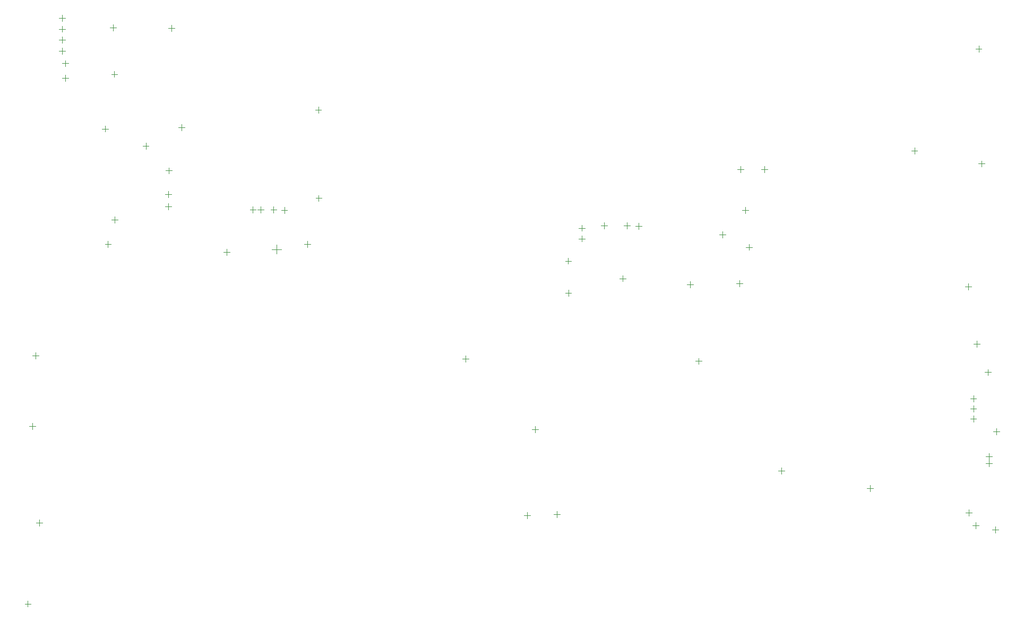
<source format=gbr>
G04*
G04 #@! TF.GenerationSoftware,Altium Limited,Altium Designer,23.7.1 (13)*
G04*
G04 Layer_Color=32768*
%FSLAX25Y25*%
%MOIN*%
G70*
G04*
G04 #@! TF.SameCoordinates,AF00DCEB-AC48-4C7C-91EA-99F42E284231*
G04*
G04*
G04 #@! TF.FilePolarity,Positive*
G04*
G01*
G75*
%ADD23C,0.00394*%
D23*
X57422Y-125187D02*
Y-121250D01*
X55454Y-123219D02*
X59391D01*
X59588Y-108061D02*
X63525D01*
X61556Y-110029D02*
Y-106093D01*
X604109Y-2774D02*
Y1163D01*
X602141Y-805D02*
X606078D01*
X422835Y-150787D02*
Y-146850D01*
X420866Y-148819D02*
X424803D01*
X159449Y-101565D02*
X163386D01*
X161417Y-103533D02*
Y-99596D01*
X95276Y12205D02*
X99213D01*
X97244Y10236D02*
Y14173D01*
X598819Y-233071D02*
X602756D01*
X600787Y-235039D02*
Y-231102D01*
X602953Y-188076D02*
Y-184139D01*
X600984Y-186107D02*
X604921D01*
X608009Y-203853D02*
X611946D01*
X609977Y-205822D02*
Y-201885D01*
X597638Y-151969D02*
Y-148031D01*
X595669Y-150000D02*
X599606D01*
X480315Y-267717D02*
Y-263779D01*
X478346Y-265748D02*
X482283D01*
X187795Y-94488D02*
X191732D01*
X189764Y-96457D02*
Y-92520D01*
X187500Y-38976D02*
X191437D01*
X189469Y-40945D02*
Y-37008D01*
X535827Y-278740D02*
Y-274803D01*
X533858Y-276772D02*
X537795D01*
X163225Y-129469D02*
Y-123681D01*
X160331Y-126575D02*
X166119D01*
X451968Y-148031D02*
X455905D01*
X453937Y-150000D02*
Y-146063D01*
X457480Y-103937D02*
Y-100000D01*
X455512Y-101969D02*
X459449D01*
X352898Y-119882D02*
X356835D01*
X354866Y-121850D02*
Y-117913D01*
X390654Y-113958D02*
Y-110021D01*
X388685Y-111990D02*
X392622D01*
X354866Y-115157D02*
Y-111221D01*
X352898Y-113189D02*
X356835D01*
X383268Y-113779D02*
Y-109843D01*
X381299Y-111811D02*
X385236D01*
X428300Y-198819D02*
Y-194882D01*
X426332Y-196850D02*
X430269D01*
X60630Y10630D02*
Y14567D01*
X58661Y12598D02*
X62598D01*
X380583Y-146850D02*
Y-142913D01*
X378614Y-144882D02*
X382551D01*
X55472Y-52824D02*
Y-48887D01*
X53504Y-50855D02*
X57441D01*
X30709Y-20866D02*
Y-16929D01*
X28740Y-18898D02*
X32677D01*
X441339Y-117323D02*
X445276D01*
X443307Y-119291D02*
Y-115354D01*
X459938Y-127165D02*
Y-123228D01*
X457969Y-125197D02*
X461906D01*
X368898Y-113779D02*
Y-109843D01*
X366929Y-111811D02*
X370866D01*
X344488Y-153937D02*
X348425D01*
X346457Y-155905D02*
Y-151969D01*
X344449Y-133858D02*
X348386D01*
X346417Y-135827D02*
Y-131890D01*
X61417Y-18504D02*
Y-14567D01*
X59449Y-16535D02*
X63386D01*
X95669Y-79134D02*
Y-75197D01*
X93701Y-77165D02*
X97638D01*
X103543Y-51968D02*
Y-48031D01*
X101575Y-50000D02*
X105512D01*
X81112Y-63691D02*
Y-59754D01*
X79143Y-61723D02*
X83080D01*
X454528Y-78347D02*
Y-74410D01*
X452559Y-76378D02*
X456496D01*
X95276Y-94095D02*
Y-90158D01*
X93307Y-92126D02*
X97244D01*
X93307Y-99606D02*
X97244D01*
X95276Y-101575D02*
Y-97638D01*
X467717Y-76378D02*
X471654D01*
X469685Y-78347D02*
Y-74410D01*
X30709Y-11811D02*
Y-7874D01*
X28740Y-9843D02*
X32677D01*
X598819Y-220472D02*
X602756D01*
X600787Y-222441D02*
Y-218504D01*
X281890Y-197244D02*
Y-193307D01*
X279921Y-195276D02*
X283858D01*
X182516Y-125394D02*
Y-121457D01*
X180548Y-123425D02*
X184485D01*
X168110Y-103937D02*
Y-100000D01*
X166142Y-101969D02*
X170079D01*
X598819Y-226772D02*
X602756D01*
X600787Y-228740D02*
Y-224803D01*
X9843Y-239764D02*
Y-235827D01*
X7874Y-237795D02*
X11811D01*
X7087Y-351181D02*
Y-347244D01*
X5118Y-349213D02*
X9055D01*
X12205Y-298425D02*
X16142D01*
X14173Y-300394D02*
Y-296457D01*
X11811Y-195276D02*
Y-191339D01*
X9843Y-193307D02*
X13780D01*
X325590Y-241732D02*
Y-237795D01*
X323622Y-239764D02*
X327559D01*
X28740Y-3937D02*
Y0D01*
X26772Y-1969D02*
X30709D01*
X28740Y2953D02*
Y6890D01*
X26772Y4921D02*
X30709D01*
X28740Y9843D02*
Y13780D01*
X26772Y11811D02*
X30709D01*
X28740Y16732D02*
Y20669D01*
X26772Y18701D02*
X30709D01*
X146457Y-101580D02*
X150394D01*
X148425Y-103548D02*
Y-99611D01*
X151181Y-101575D02*
X155118D01*
X153150Y-103543D02*
Y-99606D01*
X610630Y-258661D02*
Y-254724D01*
X608661Y-256693D02*
X612598D01*
X613287Y-241006D02*
X617224D01*
X615256Y-242974D02*
Y-239037D01*
X602362Y-301969D02*
Y-298031D01*
X600394Y-300000D02*
X604331D01*
X614567Y-304724D02*
Y-300787D01*
X612598Y-302756D02*
X616535D01*
X598032Y-294094D02*
Y-290158D01*
X596063Y-292126D02*
X600000D01*
X610630Y-262992D02*
Y-259055D01*
X608661Y-261024D02*
X612598D01*
X339370Y-294882D02*
Y-290945D01*
X337402Y-292913D02*
X341339D01*
X320472Y-295669D02*
Y-291732D01*
X318504Y-293701D02*
X322441D01*
X563779Y-66535D02*
Y-62598D01*
X561811Y-64567D02*
X565748D01*
X603937Y-72835D02*
X607874D01*
X605905Y-74803D02*
Y-70866D01*
X131819Y-130318D02*
Y-126381D01*
X129851Y-128350D02*
X133788D01*
M02*

</source>
